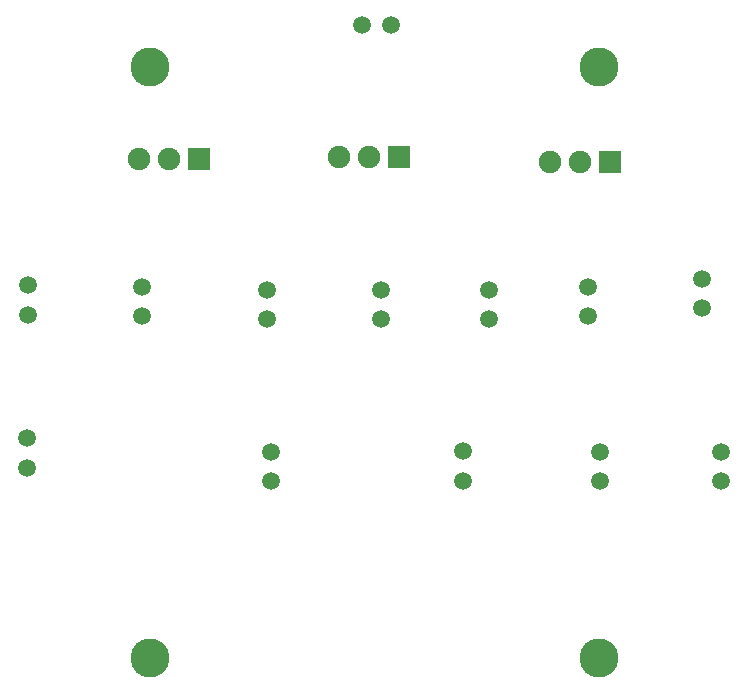
<source format=gts>
G04*
G04 #@! TF.GenerationSoftware,Altium Limited,Altium Designer,24.1.2 (44)*
G04*
G04 Layer_Color=8388736*
%FSLAX44Y44*%
%MOMM*%
G71*
G04*
G04 #@! TF.SameCoordinates,F9B8B196-E0EE-4284-85E4-D25C29C198F4*
G04*
G04*
G04 #@! TF.FilePolarity,Negative*
G04*
G01*
G75*
%ADD15C,3.3032*%
%ADD16C,1.4986*%
%ADD17C,1.9032*%
%ADD18R,1.9032X1.9032*%
D15*
X580000Y150000D02*
D03*
X200000D02*
D03*
X580000Y650000D02*
D03*
X200000D02*
D03*
D16*
X403860Y685800D02*
D03*
X378860D02*
D03*
X666750Y446170D02*
D03*
Y471170D02*
D03*
X486410Y436880D02*
D03*
Y461880D02*
D03*
X298450Y436880D02*
D03*
Y461880D02*
D03*
X96520Y440690D02*
D03*
Y465690D02*
D03*
X580390Y299720D02*
D03*
Y324720D02*
D03*
X570230Y439420D02*
D03*
Y464420D02*
D03*
X394970Y436880D02*
D03*
Y461880D02*
D03*
X193040Y439420D02*
D03*
Y464420D02*
D03*
X683260Y299720D02*
D03*
Y324720D02*
D03*
X464820Y300120D02*
D03*
Y325120D02*
D03*
X302260Y299720D02*
D03*
Y324720D02*
D03*
X95250Y311150D02*
D03*
Y336150D02*
D03*
D17*
X538480Y570230D02*
D03*
X563880D02*
D03*
X359410Y574040D02*
D03*
X384810D02*
D03*
X190500Y572770D02*
D03*
X215900D02*
D03*
D18*
X589280Y570230D02*
D03*
X410210Y574040D02*
D03*
X241300Y572770D02*
D03*
M02*

</source>
